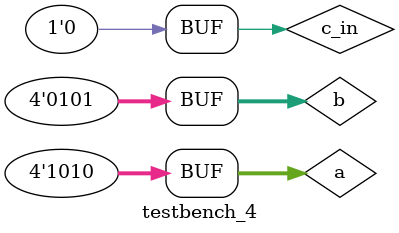
<source format=v>
`timescale 1ns / 1ps


module testbench_4(

    );
    reg [3:0] a,b;
    reg c_in;
    wire [3:0] sum;
    wire c_out;
    fulladder4bit dut(.a(a),.b(b),.c_in(c_in),.sum(sum),.c_out(c_out));
    initial begin
    #10
    a=4'b0000;b=4'b0110;c_in=1;
    #50
    a=4'b0011;b=4'b1111;c_in=1;
    #50
    a=4'b1010;b=4'b0101;c_in=0;
    end
    
endmodule

</source>
